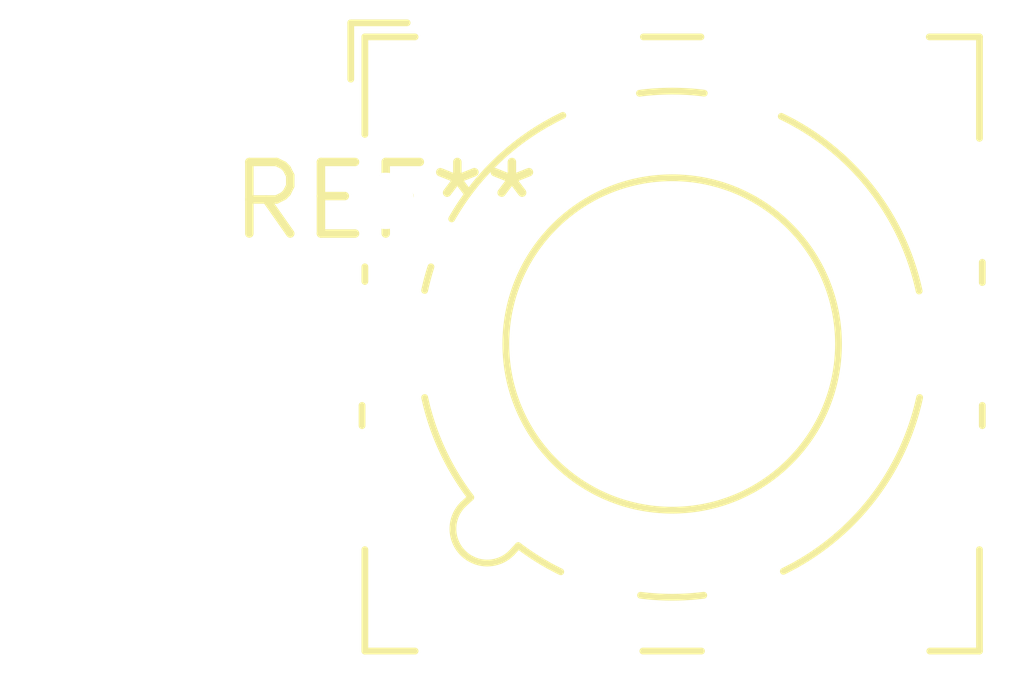
<source format=kicad_pcb>
(kicad_pcb (version 20240108) (generator pcbnew)
  (layers (0 "F.Cu" signal) (31 "B.Cu" signal) (34 "B.Paste" user) (35 "F.Paste" user) (36 "B.SilkS" user "B.Silkscreen") (37 "F.SilkS" user "F.Silkscreen") (38 "B.Mask" user) (39 "F.Mask" user) (44 "Edge.Cuts" user))
  (net 0 "")
  (footprint "SW_NKK_NR01" (layer "F.Cu") (at 0 0)
    (property "Reference" "REF**")
    (property "Value" "SW_NKK_NR01")
    (fp_line (start -0.62 -3.16) (end -0.62 -2.16) (layer "F.SilkS") (stroke (width 0.12)))
    (fp_line (start -0.62 -3.16) (end 0.38 -3.16) (layer "F.SilkS") (stroke (width 0.12)))
    (fp_line (start -0.42 3.63) (end -0.42 3.99) (layer "F.SilkS") (stroke (width 0.12)))
    (fp_line (start -0.37 -2.91) (end 0.52 -2.91) (layer "F.SilkS") (stroke (width 0.12)))
    (fp_line (start -0.37 -1.18) (end -0.37 -2.91) (layer "F.SilkS") (stroke (width 0.12)))
    (fp_line (start -0.37 1.17) (end -0.37 1.43) (layer "F.SilkS") (stroke (width 0.12)))
    (fp_line (start -0.37 7.99) (end -0.37 6.19) (layer "F.SilkS") (stroke (width 0.12)))
    (fp_line (start 0.52 7.99) (end -0.37 7.99) (layer "F.SilkS") (stroke (width 0.12)))
    (fp_line (start 1.370001 5.390001) (end 1.500001 5.269999) (layer "F.SilkS") (stroke (width 0.12)))
    (fp_line (start 2.229999 6.249999) (end 2.350001 6.119999) (layer "F.SilkS") (stroke (width 0.12)))
    (fp_line (start 4.56 7.99) (end 5.6 7.99) (layer "F.SilkS") (stroke (width 0.12)))
    (fp_line (start 4.57 -2.91) (end 5.59 -2.91) (layer "F.SilkS") (stroke (width 0.12)))
    (fp_line (start 9.64 -2.91) (end 10.53 -2.91) (layer "F.SilkS") (stroke (width 0.12)))
    (fp_line (start 9.65 7.99) (end 10.53 7.99) (layer "F.SilkS") (stroke (width 0.12)))
    (fp_line (start 10.53 -2.91) (end 10.53 -1.11) (layer "F.SilkS") (stroke (width 0.12)))
    (fp_line (start 10.53 7.99) (end 10.53 6.19) (layer "F.SilkS") (stroke (width 0.12)))
    (fp_line (start 10.58 1.09) (end 10.58 1.45) (layer "F.SilkS") (stroke (width 0.12)))
    (fp_line (start 10.58 3.63) (end 10.58 3.99) (layer "F.SilkS") (stroke (width 0.12)))
    (fp_arc (start 0.69 1.59) (mid 0.741029 1.378995) (end 0.802194 1.170702) (layer "F.SilkS") (stroke (width 0.12)))
    (fp_arc (start 1.17 0.32) (mid 2.01489 -0.74962) (end 3.141468 -1.516919) (layer "F.SilkS") (stroke (width 0.12)))
    (fp_arc (start 1.508995 5.263142) (mid 1.002351 4.421583) (end 0.690799 3.49) (layer "F.SilkS") (stroke (width 0.12)))
    (fp_arc (start 2.229999 6.249999) (mid 1.370001 6.249999) (end 1.370001 5.390001) (layer "F.SilkS") (stroke (width 0.12)))
    (fp_arc (start 3.103585 6.583585) (mid 2.715769 6.369779) (end 2.350841 6.118895) (layer "F.SilkS") (stroke (width 0.12)))
    (fp_arc (start 4.5 -1.909999) (mid 5.074407 -1.947633) (end 5.648907 -1.911431) (layer "F.SilkS") (stroke (width 0.12)))
    (fp_arc (start 5.64 7) (mid 5.08 7.03502) (end 4.52 7) (layer "F.SilkS") (stroke (width 0.12)))
    (fp_arc (start 7.01527 -1.500125) (mid 8.597573 -0.233907) (end 9.459999 1.6) (layer "F.SilkS") (stroke (width 0.12)))
    (fp_arc (start 9.4692 3.49) (mid 8.614855 5.309905) (end 7.052059 6.574669) (layer "F.SilkS") (stroke (width 0.12)))
    (fp_circle (center 5.08 2.54) (end 8.03 2.54) (layer "F.SilkS") (stroke (width 0.12)) (fill none))
    (pad "1" thru_hole rect (at 0 0) (size 1.8 1.8) (drill 1) (layers *.Cu *.Mask) (remove_unused_layers))
    (pad "2" thru_hole circle (at 10.16 0) (size 1.8 1.8) (drill 1) (layers *.Cu *.Mask) (remove_unused_layers))
    (pad "3" thru_hole circle (at 10.16 2.54) (size 1.8 1.8) (drill 1) (layers *.Cu *.Mask) (remove_unused_layers))
    (pad "4" thru_hole circle (at 10.16 5.08) (size 1.8 1.8) (drill 1) (layers *.Cu *.Mask) (remove_unused_layers))
    (pad "5" thru_hole circle (at 0 5.08) (size 1.8 1.8) (drill 1) (layers *.Cu *.Mask) (remove_unused_layers))
    (pad "C" thru_hole circle (at 0 2.54) (size 1.8 1.8) (drill 1) (layers *.Cu *.Mask) (remove_unused_layers))
    (pad "MP" thru_hole roundrect (at 2.54 -2.54) (size 3.5 1.5) (drill 1) (layers *.Cu *.Mask) (remove_unused_layers))
    (pad "MP" thru_hole roundrect (at 2.54 7.62) (size 3.5 1.5) (drill 1) (layers *.Cu *.Mask) (remove_unused_layers))
    (pad "MP" thru_hole roundrect (at 7.62 -2.54) (size 3.5 1.5) (drill 1) (layers *.Cu *.Mask) (remove_unused_layers))
    (pad "MP" thru_hole roundrect (at 7.62 7.62) (size 3.5 1.5) (drill 1) (layers *.Cu *.Mask) (remove_unused_layers))
  )
)
</source>
